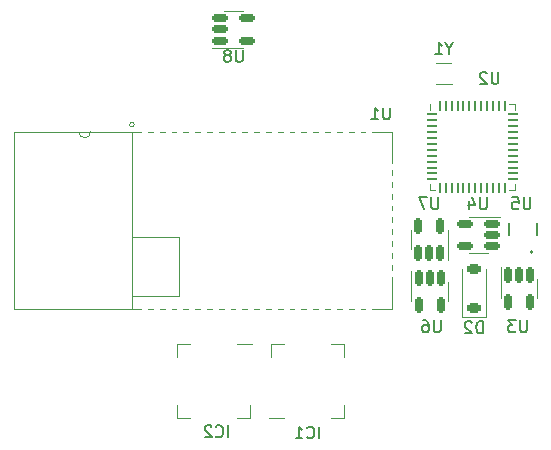
<source format=gbr>
%TF.GenerationSoftware,KiCad,Pcbnew,(7.0.0)*%
%TF.CreationDate,2023-05-27T11:20:30+01:00*%
%TF.ProjectId,left_main,6c656674-5f6d-4616-996e-2e6b69636164,rev?*%
%TF.SameCoordinates,Original*%
%TF.FileFunction,Legend,Bot*%
%TF.FilePolarity,Positive*%
%FSLAX46Y46*%
G04 Gerber Fmt 4.6, Leading zero omitted, Abs format (unit mm)*
G04 Created by KiCad (PCBNEW (7.0.0)) date 2023-05-27 11:20:30*
%MOMM*%
%LPD*%
G01*
G04 APERTURE LIST*
G04 Aperture macros list*
%AMRoundRect*
0 Rectangle with rounded corners*
0 $1 Rounding radius*
0 $2 $3 $4 $5 $6 $7 $8 $9 X,Y pos of 4 corners*
0 Add a 4 corners polygon primitive as box body*
4,1,4,$2,$3,$4,$5,$6,$7,$8,$9,$2,$3,0*
0 Add four circle primitives for the rounded corners*
1,1,$1+$1,$2,$3*
1,1,$1+$1,$4,$5*
1,1,$1+$1,$6,$7*
1,1,$1+$1,$8,$9*
0 Add four rect primitives between the rounded corners*
20,1,$1+$1,$2,$3,$4,$5,0*
20,1,$1+$1,$4,$5,$6,$7,0*
20,1,$1+$1,$6,$7,$8,$9,0*
20,1,$1+$1,$8,$9,$2,$3,0*%
G04 Aperture macros list end*
%ADD10C,0.150000*%
%ADD11C,0.120000*%
%ADD12C,0.152400*%
%ADD13R,0.600000X1.500000*%
%ADD14R,1.500000X0.600000*%
%ADD15R,0.760000X2.790000*%
%ADD16R,1.780000X1.780000*%
%ADD17O,0.650000X0.200000*%
%ADD18O,0.200000X0.650000*%
%ADD19R,0.875000X0.875000*%
%ADD20R,1.000000X1.800000*%
%ADD21RoundRect,0.062500X-0.062500X0.375000X-0.062500X-0.375000X0.062500X-0.375000X0.062500X0.375000X0*%
%ADD22RoundRect,0.062500X-0.375000X0.062500X-0.375000X-0.062500X0.375000X-0.062500X0.375000X0.062500X0*%
%ADD23R,5.100000X5.100000*%
%ADD24RoundRect,0.225000X0.375000X-0.225000X0.375000X0.225000X-0.375000X0.225000X-0.375000X-0.225000X0*%
%ADD25RoundRect,0.150000X-0.150000X0.512500X-0.150000X-0.512500X0.150000X-0.512500X0.150000X0.512500X0*%
%ADD26RoundRect,0.150000X0.150000X-0.512500X0.150000X0.512500X-0.150000X0.512500X-0.150000X-0.512500X0*%
%ADD27RoundRect,0.150000X-0.512500X-0.150000X0.512500X-0.150000X0.512500X0.150000X-0.512500X0.150000X0*%
%ADD28R,0.254000X0.711200*%
%ADD29R,1.295400X0.889000*%
%ADD30RoundRect,0.150000X0.512500X0.150000X-0.512500X0.150000X-0.512500X-0.150000X0.512500X-0.150000X0*%
G04 APERTURE END LIST*
D10*
%TO.C,U1*%
X76861904Y-39467380D02*
X76861904Y-40276904D01*
X76861904Y-40276904D02*
X76814285Y-40372142D01*
X76814285Y-40372142D02*
X76766666Y-40419761D01*
X76766666Y-40419761D02*
X76671428Y-40467380D01*
X76671428Y-40467380D02*
X76480952Y-40467380D01*
X76480952Y-40467380D02*
X76385714Y-40419761D01*
X76385714Y-40419761D02*
X76338095Y-40372142D01*
X76338095Y-40372142D02*
X76290476Y-40276904D01*
X76290476Y-40276904D02*
X76290476Y-39467380D01*
X75290476Y-40467380D02*
X75861904Y-40467380D01*
X75576190Y-40467380D02*
X75576190Y-39467380D01*
X75576190Y-39467380D02*
X75671428Y-39610238D01*
X75671428Y-39610238D02*
X75766666Y-39705476D01*
X75766666Y-39705476D02*
X75861904Y-39753095D01*
%TO.C,IC1*%
X70897617Y-67467380D02*
X70897617Y-66467380D01*
X69849999Y-67372142D02*
X69897618Y-67419761D01*
X69897618Y-67419761D02*
X70040475Y-67467380D01*
X70040475Y-67467380D02*
X70135713Y-67467380D01*
X70135713Y-67467380D02*
X70278570Y-67419761D01*
X70278570Y-67419761D02*
X70373808Y-67324523D01*
X70373808Y-67324523D02*
X70421427Y-67229285D01*
X70421427Y-67229285D02*
X70469046Y-67038809D01*
X70469046Y-67038809D02*
X70469046Y-66895952D01*
X70469046Y-66895952D02*
X70421427Y-66705476D01*
X70421427Y-66705476D02*
X70373808Y-66610238D01*
X70373808Y-66610238D02*
X70278570Y-66515000D01*
X70278570Y-66515000D02*
X70135713Y-66467380D01*
X70135713Y-66467380D02*
X70040475Y-66467380D01*
X70040475Y-66467380D02*
X69897618Y-66515000D01*
X69897618Y-66515000D02*
X69849999Y-66562619D01*
X68897618Y-67467380D02*
X69469046Y-67467380D01*
X69183332Y-67467380D02*
X69183332Y-66467380D01*
X69183332Y-66467380D02*
X69278570Y-66610238D01*
X69278570Y-66610238D02*
X69373808Y-66705476D01*
X69373808Y-66705476D02*
X69469046Y-66753095D01*
%TO.C,Y1*%
X81902690Y-34457690D02*
X81902690Y-34933880D01*
X82236023Y-33933880D02*
X81902690Y-34457690D01*
X81902690Y-34457690D02*
X81569357Y-33933880D01*
X80712214Y-34933880D02*
X81283642Y-34933880D01*
X80997928Y-34933880D02*
X80997928Y-33933880D01*
X80997928Y-33933880D02*
X81093166Y-34076738D01*
X81093166Y-34076738D02*
X81188404Y-34171976D01*
X81188404Y-34171976D02*
X81283642Y-34219595D01*
%TO.C,U2*%
X86061904Y-36467380D02*
X86061904Y-37276904D01*
X86061904Y-37276904D02*
X86014285Y-37372142D01*
X86014285Y-37372142D02*
X85966666Y-37419761D01*
X85966666Y-37419761D02*
X85871428Y-37467380D01*
X85871428Y-37467380D02*
X85680952Y-37467380D01*
X85680952Y-37467380D02*
X85585714Y-37419761D01*
X85585714Y-37419761D02*
X85538095Y-37372142D01*
X85538095Y-37372142D02*
X85490476Y-37276904D01*
X85490476Y-37276904D02*
X85490476Y-36467380D01*
X85061904Y-36562619D02*
X85014285Y-36515000D01*
X85014285Y-36515000D02*
X84919047Y-36467380D01*
X84919047Y-36467380D02*
X84680952Y-36467380D01*
X84680952Y-36467380D02*
X84585714Y-36515000D01*
X84585714Y-36515000D02*
X84538095Y-36562619D01*
X84538095Y-36562619D02*
X84490476Y-36657857D01*
X84490476Y-36657857D02*
X84490476Y-36753095D01*
X84490476Y-36753095D02*
X84538095Y-36895952D01*
X84538095Y-36895952D02*
X85109523Y-37467380D01*
X85109523Y-37467380D02*
X84490476Y-37467380D01*
%TO.C,D2*%
X84738094Y-58567380D02*
X84738094Y-57567380D01*
X84738094Y-57567380D02*
X84499999Y-57567380D01*
X84499999Y-57567380D02*
X84357142Y-57615000D01*
X84357142Y-57615000D02*
X84261904Y-57710238D01*
X84261904Y-57710238D02*
X84214285Y-57805476D01*
X84214285Y-57805476D02*
X84166666Y-57995952D01*
X84166666Y-57995952D02*
X84166666Y-58138809D01*
X84166666Y-58138809D02*
X84214285Y-58329285D01*
X84214285Y-58329285D02*
X84261904Y-58424523D01*
X84261904Y-58424523D02*
X84357142Y-58519761D01*
X84357142Y-58519761D02*
X84499999Y-58567380D01*
X84499999Y-58567380D02*
X84738094Y-58567380D01*
X83785713Y-57662619D02*
X83738094Y-57615000D01*
X83738094Y-57615000D02*
X83642856Y-57567380D01*
X83642856Y-57567380D02*
X83404761Y-57567380D01*
X83404761Y-57567380D02*
X83309523Y-57615000D01*
X83309523Y-57615000D02*
X83261904Y-57662619D01*
X83261904Y-57662619D02*
X83214285Y-57757857D01*
X83214285Y-57757857D02*
X83214285Y-57853095D01*
X83214285Y-57853095D02*
X83261904Y-57995952D01*
X83261904Y-57995952D02*
X83833332Y-58567380D01*
X83833332Y-58567380D02*
X83214285Y-58567380D01*
%TO.C,U6*%
X81161904Y-57467380D02*
X81161904Y-58276904D01*
X81161904Y-58276904D02*
X81114285Y-58372142D01*
X81114285Y-58372142D02*
X81066666Y-58419761D01*
X81066666Y-58419761D02*
X80971428Y-58467380D01*
X80971428Y-58467380D02*
X80780952Y-58467380D01*
X80780952Y-58467380D02*
X80685714Y-58419761D01*
X80685714Y-58419761D02*
X80638095Y-58372142D01*
X80638095Y-58372142D02*
X80590476Y-58276904D01*
X80590476Y-58276904D02*
X80590476Y-57467380D01*
X79685714Y-57467380D02*
X79876190Y-57467380D01*
X79876190Y-57467380D02*
X79971428Y-57515000D01*
X79971428Y-57515000D02*
X80019047Y-57562619D01*
X80019047Y-57562619D02*
X80114285Y-57705476D01*
X80114285Y-57705476D02*
X80161904Y-57895952D01*
X80161904Y-57895952D02*
X80161904Y-58276904D01*
X80161904Y-58276904D02*
X80114285Y-58372142D01*
X80114285Y-58372142D02*
X80066666Y-58419761D01*
X80066666Y-58419761D02*
X79971428Y-58467380D01*
X79971428Y-58467380D02*
X79780952Y-58467380D01*
X79780952Y-58467380D02*
X79685714Y-58419761D01*
X79685714Y-58419761D02*
X79638095Y-58372142D01*
X79638095Y-58372142D02*
X79590476Y-58276904D01*
X79590476Y-58276904D02*
X79590476Y-58038809D01*
X79590476Y-58038809D02*
X79638095Y-57943571D01*
X79638095Y-57943571D02*
X79685714Y-57895952D01*
X79685714Y-57895952D02*
X79780952Y-57848333D01*
X79780952Y-57848333D02*
X79971428Y-57848333D01*
X79971428Y-57848333D02*
X80066666Y-57895952D01*
X80066666Y-57895952D02*
X80114285Y-57943571D01*
X80114285Y-57943571D02*
X80161904Y-58038809D01*
%TO.C,U7*%
X80961904Y-47067380D02*
X80961904Y-47876904D01*
X80961904Y-47876904D02*
X80914285Y-47972142D01*
X80914285Y-47972142D02*
X80866666Y-48019761D01*
X80866666Y-48019761D02*
X80771428Y-48067380D01*
X80771428Y-48067380D02*
X80580952Y-48067380D01*
X80580952Y-48067380D02*
X80485714Y-48019761D01*
X80485714Y-48019761D02*
X80438095Y-47972142D01*
X80438095Y-47972142D02*
X80390476Y-47876904D01*
X80390476Y-47876904D02*
X80390476Y-47067380D01*
X80009523Y-47067380D02*
X79342857Y-47067380D01*
X79342857Y-47067380D02*
X79771428Y-48067380D01*
%TO.C,U3*%
X88461904Y-57467380D02*
X88461904Y-58276904D01*
X88461904Y-58276904D02*
X88414285Y-58372142D01*
X88414285Y-58372142D02*
X88366666Y-58419761D01*
X88366666Y-58419761D02*
X88271428Y-58467380D01*
X88271428Y-58467380D02*
X88080952Y-58467380D01*
X88080952Y-58467380D02*
X87985714Y-58419761D01*
X87985714Y-58419761D02*
X87938095Y-58372142D01*
X87938095Y-58372142D02*
X87890476Y-58276904D01*
X87890476Y-58276904D02*
X87890476Y-57467380D01*
X87509523Y-57467380D02*
X86890476Y-57467380D01*
X86890476Y-57467380D02*
X87223809Y-57848333D01*
X87223809Y-57848333D02*
X87080952Y-57848333D01*
X87080952Y-57848333D02*
X86985714Y-57895952D01*
X86985714Y-57895952D02*
X86938095Y-57943571D01*
X86938095Y-57943571D02*
X86890476Y-58038809D01*
X86890476Y-58038809D02*
X86890476Y-58276904D01*
X86890476Y-58276904D02*
X86938095Y-58372142D01*
X86938095Y-58372142D02*
X86985714Y-58419761D01*
X86985714Y-58419761D02*
X87080952Y-58467380D01*
X87080952Y-58467380D02*
X87366666Y-58467380D01*
X87366666Y-58467380D02*
X87461904Y-58419761D01*
X87461904Y-58419761D02*
X87509523Y-58372142D01*
%TO.C,U8*%
X64394404Y-34599380D02*
X64394404Y-35408904D01*
X64394404Y-35408904D02*
X64346785Y-35504142D01*
X64346785Y-35504142D02*
X64299166Y-35551761D01*
X64299166Y-35551761D02*
X64203928Y-35599380D01*
X64203928Y-35599380D02*
X64013452Y-35599380D01*
X64013452Y-35599380D02*
X63918214Y-35551761D01*
X63918214Y-35551761D02*
X63870595Y-35504142D01*
X63870595Y-35504142D02*
X63822976Y-35408904D01*
X63822976Y-35408904D02*
X63822976Y-34599380D01*
X63203928Y-35027952D02*
X63299166Y-34980333D01*
X63299166Y-34980333D02*
X63346785Y-34932714D01*
X63346785Y-34932714D02*
X63394404Y-34837476D01*
X63394404Y-34837476D02*
X63394404Y-34789857D01*
X63394404Y-34789857D02*
X63346785Y-34694619D01*
X63346785Y-34694619D02*
X63299166Y-34647000D01*
X63299166Y-34647000D02*
X63203928Y-34599380D01*
X63203928Y-34599380D02*
X63013452Y-34599380D01*
X63013452Y-34599380D02*
X62918214Y-34647000D01*
X62918214Y-34647000D02*
X62870595Y-34694619D01*
X62870595Y-34694619D02*
X62822976Y-34789857D01*
X62822976Y-34789857D02*
X62822976Y-34837476D01*
X62822976Y-34837476D02*
X62870595Y-34932714D01*
X62870595Y-34932714D02*
X62918214Y-34980333D01*
X62918214Y-34980333D02*
X63013452Y-35027952D01*
X63013452Y-35027952D02*
X63203928Y-35027952D01*
X63203928Y-35027952D02*
X63299166Y-35075571D01*
X63299166Y-35075571D02*
X63346785Y-35123190D01*
X63346785Y-35123190D02*
X63394404Y-35218428D01*
X63394404Y-35218428D02*
X63394404Y-35408904D01*
X63394404Y-35408904D02*
X63346785Y-35504142D01*
X63346785Y-35504142D02*
X63299166Y-35551761D01*
X63299166Y-35551761D02*
X63203928Y-35599380D01*
X63203928Y-35599380D02*
X63013452Y-35599380D01*
X63013452Y-35599380D02*
X62918214Y-35551761D01*
X62918214Y-35551761D02*
X62870595Y-35504142D01*
X62870595Y-35504142D02*
X62822976Y-35408904D01*
X62822976Y-35408904D02*
X62822976Y-35218428D01*
X62822976Y-35218428D02*
X62870595Y-35123190D01*
X62870595Y-35123190D02*
X62918214Y-35075571D01*
X62918214Y-35075571D02*
X63013452Y-35027952D01*
%TO.C,U5*%
X88761904Y-47067380D02*
X88761904Y-47876904D01*
X88761904Y-47876904D02*
X88714285Y-47972142D01*
X88714285Y-47972142D02*
X88666666Y-48019761D01*
X88666666Y-48019761D02*
X88571428Y-48067380D01*
X88571428Y-48067380D02*
X88380952Y-48067380D01*
X88380952Y-48067380D02*
X88285714Y-48019761D01*
X88285714Y-48019761D02*
X88238095Y-47972142D01*
X88238095Y-47972142D02*
X88190476Y-47876904D01*
X88190476Y-47876904D02*
X88190476Y-47067380D01*
X87238095Y-47067380D02*
X87714285Y-47067380D01*
X87714285Y-47067380D02*
X87761904Y-47543571D01*
X87761904Y-47543571D02*
X87714285Y-47495952D01*
X87714285Y-47495952D02*
X87619047Y-47448333D01*
X87619047Y-47448333D02*
X87380952Y-47448333D01*
X87380952Y-47448333D02*
X87285714Y-47495952D01*
X87285714Y-47495952D02*
X87238095Y-47543571D01*
X87238095Y-47543571D02*
X87190476Y-47638809D01*
X87190476Y-47638809D02*
X87190476Y-47876904D01*
X87190476Y-47876904D02*
X87238095Y-47972142D01*
X87238095Y-47972142D02*
X87285714Y-48019761D01*
X87285714Y-48019761D02*
X87380952Y-48067380D01*
X87380952Y-48067380D02*
X87619047Y-48067380D01*
X87619047Y-48067380D02*
X87714285Y-48019761D01*
X87714285Y-48019761D02*
X87761904Y-47972142D01*
%TO.C,IC2*%
X63176189Y-67367380D02*
X63176189Y-66367380D01*
X62128571Y-67272142D02*
X62176190Y-67319761D01*
X62176190Y-67319761D02*
X62319047Y-67367380D01*
X62319047Y-67367380D02*
X62414285Y-67367380D01*
X62414285Y-67367380D02*
X62557142Y-67319761D01*
X62557142Y-67319761D02*
X62652380Y-67224523D01*
X62652380Y-67224523D02*
X62699999Y-67129285D01*
X62699999Y-67129285D02*
X62747618Y-66938809D01*
X62747618Y-66938809D02*
X62747618Y-66795952D01*
X62747618Y-66795952D02*
X62699999Y-66605476D01*
X62699999Y-66605476D02*
X62652380Y-66510238D01*
X62652380Y-66510238D02*
X62557142Y-66415000D01*
X62557142Y-66415000D02*
X62414285Y-66367380D01*
X62414285Y-66367380D02*
X62319047Y-66367380D01*
X62319047Y-66367380D02*
X62176190Y-66415000D01*
X62176190Y-66415000D02*
X62128571Y-66462619D01*
X61747618Y-66462619D02*
X61699999Y-66415000D01*
X61699999Y-66415000D02*
X61604761Y-66367380D01*
X61604761Y-66367380D02*
X61366666Y-66367380D01*
X61366666Y-66367380D02*
X61271428Y-66415000D01*
X61271428Y-66415000D02*
X61223809Y-66462619D01*
X61223809Y-66462619D02*
X61176190Y-66557857D01*
X61176190Y-66557857D02*
X61176190Y-66653095D01*
X61176190Y-66653095D02*
X61223809Y-66795952D01*
X61223809Y-66795952D02*
X61795237Y-67367380D01*
X61795237Y-67367380D02*
X61176190Y-67367380D01*
%TO.C,U4*%
X85061904Y-47067380D02*
X85061904Y-47876904D01*
X85061904Y-47876904D02*
X85014285Y-47972142D01*
X85014285Y-47972142D02*
X84966666Y-48019761D01*
X84966666Y-48019761D02*
X84871428Y-48067380D01*
X84871428Y-48067380D02*
X84680952Y-48067380D01*
X84680952Y-48067380D02*
X84585714Y-48019761D01*
X84585714Y-48019761D02*
X84538095Y-47972142D01*
X84538095Y-47972142D02*
X84490476Y-47876904D01*
X84490476Y-47876904D02*
X84490476Y-47067380D01*
X83585714Y-47400714D02*
X83585714Y-48067380D01*
X83823809Y-47019761D02*
X84061904Y-47734047D01*
X84061904Y-47734047D02*
X83442857Y-47734047D01*
D11*
%TO.C,U1*%
X77030000Y-41510000D02*
X45030000Y-41510000D01*
X55030000Y-41510000D02*
X55030000Y-56510000D01*
X45030000Y-41510000D02*
X45030000Y-56510000D01*
X59030000Y-50410000D02*
X59030000Y-55410000D01*
X55030000Y-50410000D02*
X59030000Y-50410000D01*
X59030000Y-55410000D02*
X55030000Y-55410000D01*
X77030000Y-56510000D02*
X77030000Y-41510000D01*
X45030000Y-56510000D02*
X77030000Y-56510000D01*
X50530000Y-41510000D02*
G75*
G03*
X51530000Y-41510000I500000J0D01*
G01*
X55230000Y-40910000D02*
G75*
G03*
X55230000Y-40910000I-200000J0D01*
G01*
%TO.C,IC1*%
X66821428Y-59500000D02*
X66821428Y-60600000D01*
X67921428Y-59500000D02*
X66821428Y-59500000D01*
X67921428Y-65700000D02*
X66646428Y-65700000D01*
X71921428Y-59500000D02*
X73021428Y-59500000D01*
X71921428Y-65700000D02*
X73021428Y-65700000D01*
X73021428Y-59500000D02*
X73021428Y-60600000D01*
X73021428Y-65700000D02*
X73021428Y-64600000D01*
%TO.C,Y1*%
X82101500Y-37441500D02*
X80751500Y-37441500D01*
X82101500Y-35691500D02*
X80751500Y-35691500D01*
%TO.C,U2*%
X87458000Y-39180500D02*
X86983000Y-39180500D01*
X87458000Y-39655500D02*
X87458000Y-39180500D01*
X80238000Y-39655500D02*
X80238000Y-39180500D01*
X87458000Y-45925500D02*
X87458000Y-46400500D01*
X80238000Y-45925500D02*
X80238000Y-46400500D01*
X87458000Y-46400500D02*
X86983000Y-46400500D01*
X80238000Y-46400500D02*
X80713000Y-46400500D01*
%TO.C,D2*%
X83000000Y-57160000D02*
X83000000Y-53150000D01*
X85000000Y-57160000D02*
X83000000Y-57160000D01*
X85000000Y-57160000D02*
X85000000Y-53150000D01*
%TO.C,U6*%
X81810000Y-55062500D02*
X81810000Y-54262500D01*
X81810000Y-55062500D02*
X81810000Y-55862500D01*
X78690000Y-55062500D02*
X78690000Y-53262500D01*
X78690000Y-55062500D02*
X78690000Y-55862500D01*
%TO.C,U7*%
X78640000Y-50600000D02*
X78640000Y-51400000D01*
X78640000Y-50600000D02*
X78640000Y-49800000D01*
X81760000Y-50600000D02*
X81760000Y-52400000D01*
X81760000Y-50600000D02*
X81760000Y-49800000D01*
%TO.C,U3*%
X89360000Y-54765000D02*
X89360000Y-53965000D01*
X89360000Y-54765000D02*
X89360000Y-55565000D01*
X86240000Y-54765000D02*
X86240000Y-52965000D01*
X86240000Y-54765000D02*
X86240000Y-55565000D01*
%TO.C,U8*%
X63632500Y-31272000D02*
X62832500Y-31272000D01*
X63632500Y-31272000D02*
X64432500Y-31272000D01*
X63632500Y-34392000D02*
X61832500Y-34392000D01*
X63632500Y-34392000D02*
X64432500Y-34392000D01*
D12*
%TO.C,U5*%
X86944901Y-50283945D02*
X86944901Y-49258655D01*
X89307101Y-49258655D02*
X89307101Y-50283945D01*
X88977601Y-51681000D02*
G75*
G03*
X88977601Y-51681000I-101600J0D01*
G01*
D11*
%TO.C,IC2*%
X65025000Y-65700000D02*
X65025000Y-64600000D01*
X63925000Y-65700000D02*
X65025000Y-65700000D01*
X63925000Y-59500000D02*
X65200000Y-59500000D01*
X59925000Y-65700000D02*
X58825000Y-65700000D01*
X59925000Y-59500000D02*
X58825000Y-59500000D01*
X58825000Y-65700000D02*
X58825000Y-64600000D01*
X58825000Y-59500000D02*
X58825000Y-60600000D01*
%TO.C,U4*%
X84400000Y-51810000D02*
X85200000Y-51810000D01*
X84400000Y-51810000D02*
X83600000Y-51810000D01*
X84400000Y-48690000D02*
X86200000Y-48690000D01*
X84400000Y-48690000D02*
X83600000Y-48690000D01*
%TD*%
%LPC*%
D13*
%TO.C,U1*%
X56129999Y-41759999D03*
X57129999Y-41759999D03*
X58129999Y-41759999D03*
X59129999Y-41759999D03*
X60129999Y-41759999D03*
X61129999Y-41759999D03*
X62129999Y-41759999D03*
X63129999Y-41759999D03*
X64129999Y-41759999D03*
X65129999Y-41759999D03*
X66129999Y-41759999D03*
X67129999Y-41759999D03*
X68129999Y-41759999D03*
X69129999Y-41759999D03*
X70129999Y-41759999D03*
X71129999Y-41759999D03*
X72129999Y-41759999D03*
X73129999Y-41759999D03*
X74129999Y-41759999D03*
X75129999Y-41759999D03*
D14*
X76779999Y-44509999D03*
X76779999Y-45509999D03*
X76779999Y-46509999D03*
X76779999Y-47509999D03*
X76779999Y-48509999D03*
X76779999Y-49509999D03*
X76779999Y-50509999D03*
X76779999Y-51509999D03*
X76779999Y-52509999D03*
X76779999Y-53509999D03*
D13*
X75129999Y-56259999D03*
X74129999Y-56259999D03*
X73129999Y-56259999D03*
X72129999Y-56259999D03*
X71129999Y-56259999D03*
X70129999Y-56259999D03*
X69129999Y-56259999D03*
X68129999Y-56259999D03*
X67129999Y-56259999D03*
X66129999Y-56259999D03*
X65129999Y-56259999D03*
X64129999Y-56259999D03*
X63129999Y-56259999D03*
X62129999Y-56259999D03*
X61129999Y-56259999D03*
X60129999Y-56259999D03*
X59129999Y-56259999D03*
X58129999Y-56259999D03*
X57129999Y-56259999D03*
D15*
X56449999Y-45469999D03*
D16*
X66559999Y-53529999D03*
D13*
X56129999Y-56259999D03*
%TD*%
D17*
%TO.C,IC1*%
X67296427Y-64199999D03*
X67296427Y-63799999D03*
X67296427Y-63399999D03*
X67296427Y-62999999D03*
X67296427Y-62599999D03*
X67296427Y-62199999D03*
X67296427Y-61799999D03*
X67296427Y-61399999D03*
X67296427Y-60999999D03*
D18*
X68321427Y-59974999D03*
X68721427Y-59974999D03*
X69121427Y-59974999D03*
X69521427Y-59974999D03*
X69921427Y-59974999D03*
X70321427Y-59974999D03*
X70721427Y-59974999D03*
X71121427Y-59974999D03*
X71521427Y-59974999D03*
D17*
X72546427Y-60999999D03*
X72546427Y-61399999D03*
X72546427Y-61799999D03*
X72546427Y-62199999D03*
X72546427Y-62599999D03*
X72546427Y-62999999D03*
X72546427Y-63399999D03*
X72546427Y-63799999D03*
X72546427Y-64199999D03*
D18*
X71521427Y-65224999D03*
X71121427Y-65224999D03*
X70721427Y-65224999D03*
X70321427Y-65224999D03*
X69921427Y-65224999D03*
X69521427Y-65224999D03*
X69121427Y-65224999D03*
X68721427Y-65224999D03*
X68321427Y-65224999D03*
D19*
X68608927Y-61287499D03*
X68608927Y-62162499D03*
X68608927Y-63037499D03*
X68608927Y-63912499D03*
X69483927Y-61287499D03*
X69483927Y-62162499D03*
X69483927Y-63037499D03*
X69483927Y-63912499D03*
X70358927Y-61287499D03*
X70358927Y-62162499D03*
X70358927Y-63037499D03*
X70358927Y-63912499D03*
X71233927Y-61287499D03*
X71233927Y-62162499D03*
X71233927Y-63037499D03*
X71233927Y-63912499D03*
%TD*%
D20*
%TO.C,Y1*%
X80176499Y-36566499D03*
X82676499Y-36566499D03*
%TD*%
D21*
%TO.C,U2*%
X81098000Y-39353000D03*
X81598000Y-39353000D03*
X82098000Y-39353000D03*
X82598000Y-39353000D03*
X83098000Y-39353000D03*
X83598000Y-39353000D03*
X84098000Y-39353000D03*
X84598000Y-39353000D03*
X85098000Y-39353000D03*
X85598000Y-39353000D03*
X86098000Y-39353000D03*
X86598000Y-39353000D03*
D22*
X87285500Y-40040500D03*
X87285500Y-40540500D03*
X87285500Y-41040500D03*
X87285500Y-41540500D03*
X87285500Y-42040500D03*
X87285500Y-42540500D03*
X87285500Y-43040500D03*
X87285500Y-43540500D03*
X87285500Y-44040500D03*
X87285500Y-44540500D03*
X87285500Y-45040500D03*
X87285500Y-45540500D03*
D21*
X86598000Y-46228000D03*
X86098000Y-46228000D03*
X85598000Y-46228000D03*
X85098000Y-46228000D03*
X84598000Y-46228000D03*
X84098000Y-46228000D03*
X83598000Y-46228000D03*
X83098000Y-46228000D03*
X82598000Y-46228000D03*
X82098000Y-46228000D03*
X81598000Y-46228000D03*
X81098000Y-46228000D03*
D22*
X80410500Y-45540500D03*
X80410500Y-45040500D03*
X80410500Y-44540500D03*
X80410500Y-44040500D03*
X80410500Y-43540500D03*
X80410500Y-43040500D03*
X80410500Y-42540500D03*
X80410500Y-42040500D03*
X80410500Y-41540500D03*
X80410500Y-41040500D03*
X80410500Y-40540500D03*
X80410500Y-40040500D03*
D23*
X83847999Y-42790499D03*
%TD*%
D24*
%TO.C,D2*%
X84000000Y-56450000D03*
X84000000Y-53150000D03*
%TD*%
D25*
%TO.C,U6*%
X79300000Y-53925000D03*
X80250000Y-53925000D03*
X81200000Y-53925000D03*
X81200000Y-56200000D03*
X79300000Y-56200000D03*
%TD*%
D26*
%TO.C,U7*%
X81150000Y-51737500D03*
X80200000Y-51737500D03*
X79250000Y-51737500D03*
X79250000Y-49462500D03*
X81150000Y-49462500D03*
%TD*%
D25*
%TO.C,U3*%
X86850000Y-53627500D03*
X87800000Y-53627500D03*
X88750000Y-53627500D03*
X88750000Y-55902500D03*
X86850000Y-55902500D03*
%TD*%
D27*
%TO.C,U8*%
X62495000Y-33782000D03*
X62495000Y-32832000D03*
X62495000Y-31882000D03*
X64770000Y-31882000D03*
X64770000Y-33782000D03*
%TD*%
D28*
%TO.C,U5*%
X88876001Y-50774599D03*
X88376000Y-50774599D03*
X87876000Y-50774599D03*
X87375999Y-50774599D03*
X87375999Y-48767999D03*
X87876000Y-48767999D03*
X88376000Y-48767999D03*
X88876001Y-48767999D03*
D29*
X88126000Y-49771299D03*
%TD*%
D17*
%TO.C,IC2*%
X64549999Y-60999999D03*
X64549999Y-61399999D03*
X64549999Y-61799999D03*
X64549999Y-62199999D03*
X64549999Y-62599999D03*
X64549999Y-62999999D03*
X64549999Y-63399999D03*
X64549999Y-63799999D03*
X64549999Y-64199999D03*
D18*
X63524999Y-65224999D03*
X63124999Y-65224999D03*
X62724999Y-65224999D03*
X62324999Y-65224999D03*
X61924999Y-65224999D03*
X61524999Y-65224999D03*
X61124999Y-65224999D03*
X60724999Y-65224999D03*
X60324999Y-65224999D03*
D17*
X59299999Y-64199999D03*
X59299999Y-63799999D03*
X59299999Y-63399999D03*
X59299999Y-62999999D03*
X59299999Y-62599999D03*
X59299999Y-62199999D03*
X59299999Y-61799999D03*
X59299999Y-61399999D03*
X59299999Y-60999999D03*
D18*
X60324999Y-59974999D03*
X60724999Y-59974999D03*
X61124999Y-59974999D03*
X61524999Y-59974999D03*
X61924999Y-59974999D03*
X62324999Y-59974999D03*
X62724999Y-59974999D03*
X63124999Y-59974999D03*
X63524999Y-59974999D03*
D19*
X63237499Y-63912499D03*
X63237499Y-63037499D03*
X63237499Y-62162499D03*
X63237499Y-61287499D03*
X62362499Y-63912499D03*
X62362499Y-63037499D03*
X62362499Y-62162499D03*
X62362499Y-61287499D03*
X61487499Y-63912499D03*
X61487499Y-63037499D03*
X61487499Y-62162499D03*
X61487499Y-61287499D03*
X60612499Y-63912499D03*
X60612499Y-63037499D03*
X60612499Y-62162499D03*
X60612499Y-61287499D03*
%TD*%
D30*
%TO.C,U4*%
X85537500Y-49300000D03*
X85537500Y-50250000D03*
X85537500Y-51200000D03*
X83262500Y-51200000D03*
X83262500Y-49300000D03*
%TD*%
M02*

</source>
